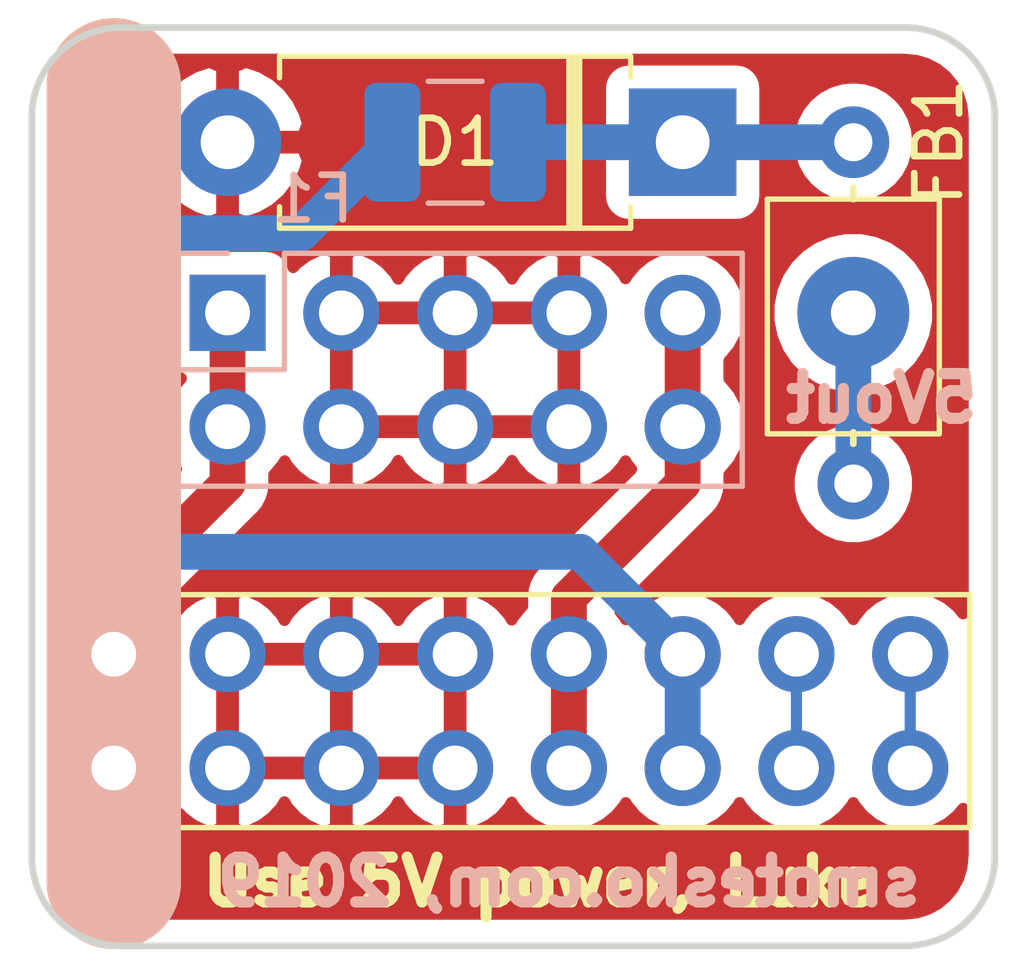
<source format=kicad_pcb>
(kicad_pcb (version 20171130) (host pcbnew "(5.1.0-0)")

  (general
    (thickness 1.6)
    (drawings 13)
    (tracks 23)
    (zones 0)
    (modules 6)
    (nets 9)
  )

  (page A4)
  (layers
    (0 F.Cu signal)
    (31 B.Cu signal)
    (32 B.Adhes user)
    (33 F.Adhes user)
    (34 B.Paste user)
    (35 F.Paste user)
    (36 B.SilkS user)
    (37 F.SilkS user)
    (38 B.Mask user)
    (39 F.Mask user)
    (40 Dwgs.User user)
    (41 Cmts.User user)
    (42 Eco1.User user)
    (43 Eco2.User user)
    (44 Edge.Cuts user)
    (45 Margin user)
    (46 B.CrtYd user)
    (47 F.CrtYd user)
    (48 B.Fab user hide)
    (49 F.Fab user hide)
  )

  (setup
    (last_trace_width 0.25)
    (trace_clearance 0.2)
    (zone_clearance 0.508)
    (zone_45_only no)
    (trace_min 0.2)
    (via_size 0.8)
    (via_drill 0.4)
    (via_min_size 0.4)
    (via_min_drill 0.3)
    (uvia_size 0.3)
    (uvia_drill 0.1)
    (uvias_allowed no)
    (uvia_min_size 0.2)
    (uvia_min_drill 0.1)
    (edge_width 0.15)
    (segment_width 0.2)
    (pcb_text_width 0.3)
    (pcb_text_size 1.5 1.5)
    (mod_edge_width 0.15)
    (mod_text_size 1 1)
    (mod_text_width 0.15)
    (pad_size 1.524 1.524)
    (pad_drill 0.762)
    (pad_to_mask_clearance 0.051)
    (solder_mask_min_width 0.25)
    (aux_axis_origin 0 0)
    (visible_elements FFFFFF7F)
    (pcbplotparams
      (layerselection 0x010fc_ffffffff)
      (usegerberextensions false)
      (usegerberattributes false)
      (usegerberadvancedattributes false)
      (creategerberjobfile false)
      (excludeedgelayer true)
      (linewidth 0.100000)
      (plotframeref false)
      (viasonmask false)
      (mode 1)
      (useauxorigin false)
      (hpglpennumber 1)
      (hpglpenspeed 20)
      (hpglpendiameter 15.000000)
      (psnegative false)
      (psa4output false)
      (plotreference true)
      (plotvalue true)
      (plotinvisibletext false)
      (padsonsilk false)
      (subtractmaskfromsilk false)
      (outputformat 1)
      (mirror false)
      (drillshape 1)
      (scaleselection 1)
      (outputdirectory ""))
  )

  (net 0 "")
  (net 1 "Net-(D1-Pad1)")
  (net 2 GND)
  (net 3 /+5V)
  (net 4 /+5VOUT)
  (net 5 /-12V)
  (net 6 /+12V)
  (net 7 "Net-(J1-Pad13)")
  (net 8 "Net-(J1-Pad15)")

  (net_class Default "This is the default net class."
    (clearance 0.2)
    (trace_width 0.25)
    (via_dia 0.8)
    (via_drill 0.4)
    (uvia_dia 0.3)
    (uvia_drill 0.1)
    (add_net "Net-(J1-Pad13)")
    (add_net "Net-(J1-Pad15)")
  )

  (net_class Power ""
    (clearance 0.2)
    (trace_width 0.8)
    (via_dia 0.8)
    (via_drill 0.5)
    (uvia_dia 0.3)
    (uvia_drill 0.1)
    (add_net /+12V)
    (add_net /+5V)
    (add_net /+5VOUT)
    (add_net /-12V)
    (add_net GND)
    (add_net "Net-(D1-Pad1)")
  )

  (module Chokes:L_Axial_L5.0mm_D3.6mm_P7.62mm_Horizontal_Murata_BL01RN1A2A2 (layer F.Cu) (tedit 5C9F805B) (tstamp 5C90318F)
    (at 116.84 106.68 90)
    (descr "Inductor, Murata BL01RN1A2A2, Axial, Horizontal, pin pitch=10.00mm, length*diameter=5*3.6mm, https://www.murata.com/en-global/products/productdetail?partno=BL01RN1A2A2%23")
    (tags "inductor axial horizontal")
    (path /5C84AE8A)
    (fp_text reference FB1 (at 7.62 1.905 90) (layer F.SilkS)
      (effects (font (size 1 1) (thickness 0.15)))
    )
    (fp_text value Ferrite_Bead (at 5 3 90) (layer F.Fab)
      (effects (font (size 1 1) (thickness 0.15)))
    )
    (fp_line (start 0.889 0) (end 1.143 0) (layer F.SilkS) (width 0.15))
    (fp_line (start 6.35 0) (end 6.604 0) (layer F.SilkS) (width 0.15))
    (fp_line (start 8.636 -2.05) (end -1.05 -2.05) (layer F.CrtYd) (width 0.05))
    (fp_line (start 8.636 2.068) (end 8.636 -2.032) (layer F.CrtYd) (width 0.05))
    (fp_line (start -1.05 2.05) (end 8.636 2.068) (layer F.CrtYd) (width 0.05))
    (fp_line (start -1.05 -2.05) (end -1.05 2.05) (layer F.CrtYd) (width 0.05))
    (fp_line (start 6.35 -1.92) (end 1.11 -1.92) (layer F.SilkS) (width 0.12))
    (fp_line (start 6.35 1.92) (end 6.35 -1.92) (layer F.SilkS) (width 0.12))
    (fp_line (start 1.11 1.92) (end 6.35 1.92) (layer F.SilkS) (width 0.12))
    (fp_line (start 1.11 -1.92) (end 1.11 1.92) (layer F.SilkS) (width 0.12))
    (fp_text user %R (at 5 0 90) (layer F.Fab)
      (effects (font (size 1 1) (thickness 0.15)))
    )
    (pad 2 thru_hole oval (at 7.62 0 90) (size 1.6 1.6) (drill 0.85) (layers *.Cu *.Mask)
      (net 1 "Net-(D1-Pad1)"))
    (pad 1 thru_hole circle (at 0 0 90) (size 1.6 1.6) (drill 0.85) (layers *.Cu *.Mask)
      (net 4 /+5VOUT))
    (model ${KISYS3DMOD}/Inductor_THT.3dshapes/L_Axial_L5.0mm_D3.6mm_P10.00mm_Horizontal_Murata_BL01RN1A2A2.wrl
      (at (xyz 0 0 0))
      (scale (xyz 1 1 1))
      (rotate (xyz 0 0 0))
    )
  )

  (module Diode_THT:D_DO-15_P10.16mm_Horizontal (layer F.Cu) (tedit 5C83C7E3) (tstamp 5C904048)
    (at 113.03 99.06 180)
    (descr "Diode, DO-15 series, Axial, Horizontal, pin pitch=10.16mm, , length*diameter=7.6*3.6mm^2, , http://www.diodes.com/_files/packages/DO-15.pdf")
    (tags "Diode DO-15 series Axial Horizontal pin pitch 10.16mm  length 7.6mm diameter 3.6mm")
    (path /5C8441E7)
    (fp_text reference D1 (at 5.08 0 180) (layer F.SilkS)
      (effects (font (size 1 1) (thickness 0.15)))
    )
    (fp_text value SA5.0A (at 5.08 2.92 180) (layer F.Fab)
      (effects (font (size 1 1) (thickness 0.15)))
    )
    (fp_line (start 1.28 -1.8) (end 1.28 1.8) (layer F.Fab) (width 0.1))
    (fp_line (start 1.28 1.8) (end 8.88 1.8) (layer F.Fab) (width 0.1))
    (fp_line (start 8.88 1.8) (end 8.88 -1.8) (layer F.Fab) (width 0.1))
    (fp_line (start 8.88 -1.8) (end 1.28 -1.8) (layer F.Fab) (width 0.1))
    (fp_line (start 0 0) (end 1.28 0) (layer F.Fab) (width 0.1))
    (fp_line (start 10.16 0) (end 8.88 0) (layer F.Fab) (width 0.1))
    (fp_line (start 2.42 -1.8) (end 2.42 1.8) (layer F.Fab) (width 0.1))
    (fp_line (start 2.52 -1.8) (end 2.52 1.8) (layer F.Fab) (width 0.1))
    (fp_line (start 2.32 -1.8) (end 2.32 1.8) (layer F.Fab) (width 0.1))
    (fp_line (start 1.16 -1.44) (end 1.16 -1.92) (layer F.SilkS) (width 0.12))
    (fp_line (start 1.16 -1.92) (end 9 -1.92) (layer F.SilkS) (width 0.12))
    (fp_line (start 9 -1.92) (end 9 -1.44) (layer F.SilkS) (width 0.12))
    (fp_line (start 1.16 1.44) (end 1.16 1.92) (layer F.SilkS) (width 0.12))
    (fp_line (start 1.16 1.92) (end 9 1.92) (layer F.SilkS) (width 0.12))
    (fp_line (start 9 1.92) (end 9 1.44) (layer F.SilkS) (width 0.12))
    (fp_line (start 2.42 -1.92) (end 2.42 1.92) (layer F.SilkS) (width 0.12))
    (fp_line (start 2.54 -1.92) (end 2.54 1.92) (layer F.SilkS) (width 0.12))
    (fp_line (start 2.3 -1.92) (end 2.3 1.92) (layer F.SilkS) (width 0.12))
    (fp_line (start -1.45 -2.05) (end -1.45 2.05) (layer F.CrtYd) (width 0.05))
    (fp_line (start -1.45 2.05) (end 11.61 2.05) (layer F.CrtYd) (width 0.05))
    (fp_line (start 11.61 2.05) (end 11.61 -2.05) (layer F.CrtYd) (width 0.05))
    (fp_line (start 11.61 -2.05) (end -1.45 -2.05) (layer F.CrtYd) (width 0.05))
    (fp_text user %R (at 5.65 0 180) (layer F.Fab)
      (effects (font (size 1 1) (thickness 0.15)))
    )
    (fp_text user K (at 0 -2.2 180) (layer F.Fab)
      (effects (font (size 1 1) (thickness 0.15)))
    )
    (fp_text user K (at 0 -2.2 180) (layer F.SilkS) hide
      (effects (font (size 1 1) (thickness 0.15)))
    )
    (pad 1 thru_hole rect (at 0 0 180) (size 2.4 2.4) (drill 1.2) (layers *.Cu *.Mask)
      (net 1 "Net-(D1-Pad1)"))
    (pad 2 thru_hole oval (at 10.16 0 180) (size 2.4 2.4) (drill 1.2) (layers *.Cu *.Mask)
      (net 2 GND))
    (model ${KISYS3DMOD}/Diode_THT.3dshapes/D_DO-15_P10.16mm_Horizontal.wrl
      (at (xyz 0 0 0))
      (scale (xyz 1 1 1))
      (rotate (xyz 0 0 0))
    )
  )

  (module Connector_Wire:SolderWirePad_1x01_Drill1mm (layer F.Cu) (tedit 5C83C4B0) (tstamp 5C9031C7)
    (at 116.84 102.87)
    (descr "Wire solder connection")
    (tags connector)
    (path /5C8480F9)
    (attr virtual)
    (fp_text reference J2 (at -2.54 0) (layer F.SilkS) hide
      (effects (font (size 1 1) (thickness 0.15)))
    )
    (fp_text value 01x01 (at 0 3.175) (layer F.Fab)
      (effects (font (size 1 1) (thickness 0.15)))
    )
    (fp_text user %R (at 0 0) (layer F.Fab)
      (effects (font (size 1 1) (thickness 0.15)))
    )
    (fp_line (start -1.75 -1.75) (end 1.75 -1.75) (layer F.CrtYd) (width 0.05))
    (fp_line (start -1.75 -1.75) (end -1.75 1.75) (layer F.CrtYd) (width 0.05))
    (fp_line (start 1.75 1.75) (end 1.75 -1.75) (layer F.CrtYd) (width 0.05))
    (fp_line (start 1.75 1.75) (end -1.75 1.75) (layer F.CrtYd) (width 0.05))
    (pad 1 thru_hole circle (at 0 0) (size 2.49936 2.49936) (drill 1.00076) (layers *.Cu *.Mask)
      (net 4 /+5VOUT))
  )

  (module Connector_PinHeader_2.54mm:PinHeader_2x05_P2.54mm_Vertical (layer B.Cu) (tedit 5C83C4A4) (tstamp 5C9031E7)
    (at 102.87 102.87 270)
    (descr "Through hole straight pin header, 2x05, 2.54mm pitch, double rows")
    (tags "Through hole pin header THT 2x05 2.54mm double row")
    (path /5C83BA9A)
    (fp_text reference J3 (at -2.54 0 270) (layer B.SilkS) hide
      (effects (font (size 1 1) (thickness 0.15)) (justify mirror))
    )
    (fp_text value 02x05 (at 1.27 -12.49 270) (layer B.Fab)
      (effects (font (size 1 1) (thickness 0.15)) (justify mirror))
    )
    (fp_line (start 0 1.27) (end 3.81 1.27) (layer B.Fab) (width 0.1))
    (fp_line (start 3.81 1.27) (end 3.81 -11.43) (layer B.Fab) (width 0.1))
    (fp_line (start 3.81 -11.43) (end -1.27 -11.43) (layer B.Fab) (width 0.1))
    (fp_line (start -1.27 -11.43) (end -1.27 0) (layer B.Fab) (width 0.1))
    (fp_line (start -1.27 0) (end 0 1.27) (layer B.Fab) (width 0.1))
    (fp_line (start -1.33 -11.49) (end 3.87 -11.49) (layer B.SilkS) (width 0.12))
    (fp_line (start -1.33 -1.27) (end -1.33 -11.49) (layer B.SilkS) (width 0.12))
    (fp_line (start 3.87 1.33) (end 3.87 -11.49) (layer B.SilkS) (width 0.12))
    (fp_line (start -1.33 -1.27) (end 1.27 -1.27) (layer B.SilkS) (width 0.12))
    (fp_line (start 1.27 -1.27) (end 1.27 1.33) (layer B.SilkS) (width 0.12))
    (fp_line (start 1.27 1.33) (end 3.87 1.33) (layer B.SilkS) (width 0.12))
    (fp_line (start -1.33 0) (end -1.33 1.33) (layer B.SilkS) (width 0.12))
    (fp_line (start -1.33 1.33) (end 0 1.33) (layer B.SilkS) (width 0.12))
    (fp_line (start -1.8 1.8) (end -1.8 -11.95) (layer B.CrtYd) (width 0.05))
    (fp_line (start -1.8 -11.95) (end 4.35 -11.95) (layer B.CrtYd) (width 0.05))
    (fp_line (start 4.35 -11.95) (end 4.35 1.8) (layer B.CrtYd) (width 0.05))
    (fp_line (start 4.35 1.8) (end -1.8 1.8) (layer B.CrtYd) (width 0.05))
    (fp_text user %R (at 1.27 -5.08 180) (layer B.Fab)
      (effects (font (size 1 1) (thickness 0.15)) (justify mirror))
    )
    (pad 1 thru_hole rect (at 0 0 270) (size 1.7 1.7) (drill 1) (layers *.Cu *.Mask)
      (net 5 /-12V))
    (pad 2 thru_hole oval (at 2.54 0 270) (size 1.7 1.7) (drill 1) (layers *.Cu *.Mask)
      (net 5 /-12V))
    (pad 3 thru_hole oval (at 0 -2.54 270) (size 1.7 1.7) (drill 1) (layers *.Cu *.Mask)
      (net 2 GND))
    (pad 4 thru_hole oval (at 2.54 -2.54 270) (size 1.7 1.7) (drill 1) (layers *.Cu *.Mask)
      (net 2 GND))
    (pad 5 thru_hole oval (at 0 -5.08 270) (size 1.7 1.7) (drill 1) (layers *.Cu *.Mask)
      (net 2 GND))
    (pad 6 thru_hole oval (at 2.54 -5.08 270) (size 1.7 1.7) (drill 1) (layers *.Cu *.Mask)
      (net 2 GND))
    (pad 7 thru_hole oval (at 0 -7.62 270) (size 1.7 1.7) (drill 1) (layers *.Cu *.Mask)
      (net 2 GND))
    (pad 8 thru_hole oval (at 2.54 -7.62 270) (size 1.7 1.7) (drill 1) (layers *.Cu *.Mask)
      (net 2 GND))
    (pad 9 thru_hole oval (at 0 -10.16 270) (size 1.7 1.7) (drill 1) (layers *.Cu *.Mask)
      (net 6 /+12V))
    (pad 10 thru_hole oval (at 2.54 -10.16 270) (size 1.7 1.7) (drill 1) (layers *.Cu *.Mask)
      (net 6 /+12V))
    (model ${KISYS3DMOD}/Connector_PinHeader_2.54mm.3dshapes/PinHeader_2x05_P2.54mm_Vertical.wrl
      (at (xyz 0 0 0))
      (scale (xyz 1 1 1))
      (rotate (xyz 0 0 0))
    )
  )

  (module Fuse:Fuse_1210_3225Metric (layer B.Cu) (tedit 5B301BBE) (tstamp 5C90335B)
    (at 107.95 99.06)
    (descr "Fuse SMD 1210 (3225 Metric), square (rectangular) end terminal, IPC_7351 nominal, (Body size source: http://www.tortai-tech.com/upload/download/2011102023233369053.pdf), generated with kicad-footprint-generator")
    (tags resistor)
    (path /5C84429D)
    (attr smd)
    (fp_text reference F1 (at -3.175 1.27) (layer B.SilkS)
      (effects (font (size 1 1) (thickness 0.15)) (justify mirror))
    )
    (fp_text value Fuse_Small (at 0 -2.28) (layer B.Fab)
      (effects (font (size 1 1) (thickness 0.15)) (justify mirror))
    )
    (fp_line (start -1.6 -1.25) (end -1.6 1.25) (layer B.Fab) (width 0.1))
    (fp_line (start -1.6 1.25) (end 1.6 1.25) (layer B.Fab) (width 0.1))
    (fp_line (start 1.6 1.25) (end 1.6 -1.25) (layer B.Fab) (width 0.1))
    (fp_line (start 1.6 -1.25) (end -1.6 -1.25) (layer B.Fab) (width 0.1))
    (fp_line (start -0.602064 1.36) (end 0.602064 1.36) (layer B.SilkS) (width 0.12))
    (fp_line (start -0.602064 -1.36) (end 0.602064 -1.36) (layer B.SilkS) (width 0.12))
    (fp_line (start -2.28 -1.58) (end -2.28 1.58) (layer B.CrtYd) (width 0.05))
    (fp_line (start -2.28 1.58) (end 2.28 1.58) (layer B.CrtYd) (width 0.05))
    (fp_line (start 2.28 1.58) (end 2.28 -1.58) (layer B.CrtYd) (width 0.05))
    (fp_line (start 2.28 -1.58) (end -2.28 -1.58) (layer B.CrtYd) (width 0.05))
    (fp_text user %R (at 0 0) (layer B.Fab)
      (effects (font (size 0.8 0.8) (thickness 0.12)) (justify mirror))
    )
    (pad 1 smd roundrect (at -1.4 0) (size 1.25 2.65) (layers B.Cu B.Paste B.Mask) (roundrect_rratio 0.2)
      (net 3 /+5V))
    (pad 2 smd roundrect (at 1.4 0) (size 1.25 2.65) (layers B.Cu B.Paste B.Mask) (roundrect_rratio 0.2)
      (net 1 "Net-(D1-Pad1)"))
    (model ${KISYS3DMOD}/Fuse.3dshapes/Fuse_1210_3225Metric.wrl
      (at (xyz 0 0 0))
      (scale (xyz 1 1 1))
      (rotate (xyz 0 0 0))
    )
  )

  (module Connector_PinHeader_2.54mm:PinHeader_2x08_P2.54mm_Vertical (layer F.Cu) (tedit 59FED5CC) (tstamp 5C903C2A)
    (at 100.33 113.03 90)
    (descr "Through hole straight pin header, 2x08, 2.54mm pitch, double rows")
    (tags "Through hole pin header THT 2x08 2.54mm double row")
    (path /5C83C829)
    (fp_text reference J1 (at -2.54 0 90) (layer F.SilkS)
      (effects (font (size 1 1) (thickness 0.15)))
    )
    (fp_text value 02x08 (at 1.27 20.11 90) (layer F.Fab)
      (effects (font (size 1 1) (thickness 0.15)))
    )
    (fp_line (start 0 -1.27) (end 3.81 -1.27) (layer F.Fab) (width 0.1))
    (fp_line (start 3.81 -1.27) (end 3.81 19.05) (layer F.Fab) (width 0.1))
    (fp_line (start 3.81 19.05) (end -1.27 19.05) (layer F.Fab) (width 0.1))
    (fp_line (start -1.27 19.05) (end -1.27 0) (layer F.Fab) (width 0.1))
    (fp_line (start -1.27 0) (end 0 -1.27) (layer F.Fab) (width 0.1))
    (fp_line (start -1.33 19.11) (end 3.87 19.11) (layer F.SilkS) (width 0.12))
    (fp_line (start -1.33 1.27) (end -1.33 19.11) (layer F.SilkS) (width 0.12))
    (fp_line (start 3.87 -1.33) (end 3.87 19.11) (layer F.SilkS) (width 0.12))
    (fp_line (start -1.33 1.27) (end 1.27 1.27) (layer F.SilkS) (width 0.12))
    (fp_line (start 1.27 1.27) (end 1.27 -1.33) (layer F.SilkS) (width 0.12))
    (fp_line (start 1.27 -1.33) (end 3.87 -1.33) (layer F.SilkS) (width 0.12))
    (fp_line (start -1.33 0) (end -1.33 -1.33) (layer F.SilkS) (width 0.12))
    (fp_line (start -1.33 -1.33) (end 0 -1.33) (layer F.SilkS) (width 0.12))
    (fp_line (start -1.8 -1.8) (end -1.8 19.55) (layer F.CrtYd) (width 0.05))
    (fp_line (start -1.8 19.55) (end 4.35 19.55) (layer F.CrtYd) (width 0.05))
    (fp_line (start 4.35 19.55) (end 4.35 -1.8) (layer F.CrtYd) (width 0.05))
    (fp_line (start 4.35 -1.8) (end -1.8 -1.8) (layer F.CrtYd) (width 0.05))
    (fp_text user %R (at 1.27 8.89 180) (layer F.Fab)
      (effects (font (size 1 1) (thickness 0.15)))
    )
    (pad 1 thru_hole rect (at 0 0 90) (size 1.7 1.7) (drill 1) (layers *.Cu *.Mask)
      (net 5 /-12V))
    (pad 2 thru_hole oval (at 2.54 0 90) (size 1.7 1.7) (drill 1) (layers *.Cu *.Mask)
      (net 5 /-12V))
    (pad 3 thru_hole oval (at 0 2.54 90) (size 1.7 1.7) (drill 1) (layers *.Cu *.Mask)
      (net 2 GND))
    (pad 4 thru_hole oval (at 2.54 2.54 90) (size 1.7 1.7) (drill 1) (layers *.Cu *.Mask)
      (net 2 GND))
    (pad 5 thru_hole oval (at 0 5.08 90) (size 1.7 1.7) (drill 1) (layers *.Cu *.Mask)
      (net 2 GND))
    (pad 6 thru_hole oval (at 2.54 5.08 90) (size 1.7 1.7) (drill 1) (layers *.Cu *.Mask)
      (net 2 GND))
    (pad 7 thru_hole oval (at 0 7.62 90) (size 1.7 1.7) (drill 1) (layers *.Cu *.Mask)
      (net 2 GND))
    (pad 8 thru_hole oval (at 2.54 7.62 90) (size 1.7 1.7) (drill 1) (layers *.Cu *.Mask)
      (net 2 GND))
    (pad 9 thru_hole oval (at 0 10.16 90) (size 1.7 1.7) (drill 1) (layers *.Cu *.Mask)
      (net 6 /+12V))
    (pad 10 thru_hole oval (at 2.54 10.16 90) (size 1.7 1.7) (drill 1) (layers *.Cu *.Mask)
      (net 6 /+12V))
    (pad 11 thru_hole oval (at 0 12.7 90) (size 1.7 1.7) (drill 1) (layers *.Cu *.Mask)
      (net 3 /+5V))
    (pad 12 thru_hole oval (at 2.54 12.7 90) (size 1.7 1.7) (drill 1) (layers *.Cu *.Mask)
      (net 3 /+5V))
    (pad 13 thru_hole oval (at 0 15.24 90) (size 1.7 1.7) (drill 1) (layers *.Cu *.Mask)
      (net 7 "Net-(J1-Pad13)"))
    (pad 14 thru_hole oval (at 2.54 15.24 90) (size 1.7 1.7) (drill 1) (layers *.Cu *.Mask)
      (net 7 "Net-(J1-Pad13)"))
    (pad 15 thru_hole oval (at 0 17.78 90) (size 1.7 1.7) (drill 1) (layers *.Cu *.Mask)
      (net 8 "Net-(J1-Pad15)"))
    (pad 16 thru_hole oval (at 2.54 17.78 90) (size 1.7 1.7) (drill 1) (layers *.Cu *.Mask)
      (net 8 "Net-(J1-Pad15)"))
    (model ${KISYS3DMOD}/Connector_PinHeader_2.54mm.3dshapes/PinHeader_2x08_P2.54mm_Vertical.wrl
      (at (xyz 0 0 0))
      (scale (xyz 1 1 1))
      (rotate (xyz 0 0 0))
    )
  )

  (gr_arc (start 100.5 115) (end 98.5 115) (angle -90) (layer Edge.Cuts) (width 0.15))
  (gr_arc (start 118 115) (end 118 117) (angle -90) (layer Edge.Cuts) (width 0.15))
  (gr_arc (start 118 98.5) (end 120 98.5) (angle -90) (layer Edge.Cuts) (width 0.15))
  (gr_arc (start 100.5 98.5) (end 100.5 96.5) (angle -90) (layer Edge.Cuts) (width 0.15))
  (gr_text "smotesko.com, 2019" (at 110.49 115.57) (layer B.SilkS)
    (effects (font (size 1 1) (thickness 0.25)) (justify mirror))
  )
  (gr_text "Use 5V power, Luke" (at 109.855 115.57) (layer F.SilkS)
    (effects (font (size 1 1) (thickness 0.25)))
  )
  (gr_text 5Vout (at 117.475 104.775) (layer B.SilkS)
    (effects (font (size 1 1) (thickness 0.25)) (justify mirror))
  )
  (gr_line (start 118 117) (end 100.5 117) (layer Edge.Cuts) (width 0.15))
  (gr_line (start 100.33 115.57) (end 100.33 97.79) (layer F.SilkS) (width 3))
  (gr_line (start 120 98.5) (end 120 115) (layer Edge.Cuts) (width 0.15) (tstamp 5C9FCF5E))
  (gr_line (start 98.5 98.5) (end 98.5 115) (layer Edge.Cuts) (width 0.15))
  (gr_line (start 100.33 115.57) (end 100.33 97.79) (layer B.SilkS) (width 3) (tstamp 5C903B88))
  (gr_line (start 100.5 96.5) (end 118 96.5) (layer Edge.Cuts) (width 0.15))

  (segment (start 116.84 99.06) (end 113.03 99.06) (width 0.8) (layer B.Cu) (net 1))
  (segment (start 109.35 99.06) (end 113.03 99.06) (width 0.8) (layer B.Cu) (net 1))
  (segment (start 113.03 113.03) (end 113.03 110.49) (width 0.8) (layer B.Cu) (net 3))
  (segment (start 106.55 99.06) (end 104.518 101.092) (width 0.8) (layer B.Cu) (net 3))
  (segment (start 104.518 101.092) (end 101.6 101.092) (width 0.8) (layer B.Cu) (net 3))
  (segment (start 100.076 102.616) (end 100.076 106.68) (width 0.8) (layer B.Cu) (net 3))
  (segment (start 101.6 101.092) (end 100.076 102.616) (width 0.8) (layer B.Cu) (net 3))
  (segment (start 100.076 106.68) (end 101.6 108.204) (width 0.8) (layer B.Cu) (net 3))
  (segment (start 110.744 108.204) (end 113.03 110.49) (width 0.8) (layer B.Cu) (net 3))
  (segment (start 101.6 108.204) (end 110.744 108.204) (width 0.8) (layer B.Cu) (net 3))
  (segment (start 116.84 106.68) (end 116.84 102.87) (width 0.8) (layer B.Cu) (net 4))
  (segment (start 100.33 113.03) (end 100.33 110.49) (width 0.8) (layer F.Cu) (net 5))
  (segment (start 102.87 102.87) (end 102.87 105.41) (width 0.8) (layer F.Cu) (net 5))
  (segment (start 102.87 105.41) (end 102.87 106.68) (width 0.8) (layer F.Cu) (net 5))
  (segment (start 102.87 106.68) (end 100.33 109.22) (width 0.8) (layer F.Cu) (net 5))
  (segment (start 100.33 109.22) (end 100.33 110.49) (width 0.8) (layer F.Cu) (net 5))
  (segment (start 110.49 113.03) (end 110.49 110.49) (width 0.8) (layer F.Cu) (net 6))
  (segment (start 113.03 105.41) (end 113.03 102.87) (width 0.8) (layer F.Cu) (net 6))
  (segment (start 113.03 105.41) (end 113.03 106.68) (width 0.8) (layer F.Cu) (net 6))
  (segment (start 113.03 106.68) (end 110.49 109.22) (width 0.8) (layer F.Cu) (net 6))
  (segment (start 110.49 109.22) (end 110.49 110.49) (width 0.8) (layer F.Cu) (net 6))
  (segment (start 115.57 110.49) (end 115.57 113.03) (width 0.25) (layer B.Cu) (net 7))
  (segment (start 118.11 110.49) (end 118.11 113.03) (width 0.25) (layer B.Cu) (net 8))

  (zone (net 2) (net_name GND) (layer F.Cu) (tstamp 0) (hatch edge 0.508)
    (connect_pads (clearance 0.508))
    (min_thickness 0.254)
    (fill yes (arc_segments 32) (thermal_gap 0.508) (thermal_bridge_width 0.508))
    (polygon
      (pts
        (xy 97.79 95.885) (xy 120.65 95.885) (xy 120.65 117.475) (xy 97.79 117.475)
      )
    )
    (filled_polygon
      (pts
        (xy 118.249899 97.237907) (xy 118.490285 97.310484) (xy 118.711991 97.428368) (xy 118.906577 97.587068) (xy 119.066635 97.780545)
        (xy 119.186064 98.001424) (xy 119.260317 98.241297) (xy 119.29 98.523716) (xy 119.290001 109.587016) (xy 119.165134 109.434866)
        (xy 118.939014 109.249294) (xy 118.681034 109.111401) (xy 118.401111 109.026487) (xy 118.18295 109.005) (xy 118.03705 109.005)
        (xy 117.818889 109.026487) (xy 117.538966 109.111401) (xy 117.280986 109.249294) (xy 117.054866 109.434866) (xy 116.869294 109.660986)
        (xy 116.84 109.715791) (xy 116.810706 109.660986) (xy 116.625134 109.434866) (xy 116.399014 109.249294) (xy 116.141034 109.111401)
        (xy 115.861111 109.026487) (xy 115.64295 109.005) (xy 115.49705 109.005) (xy 115.278889 109.026487) (xy 114.998966 109.111401)
        (xy 114.740986 109.249294) (xy 114.514866 109.434866) (xy 114.329294 109.660986) (xy 114.3 109.715791) (xy 114.270706 109.660986)
        (xy 114.085134 109.434866) (xy 113.859014 109.249294) (xy 113.601034 109.111401) (xy 113.321111 109.026487) (xy 113.10295 109.005)
        (xy 112.95705 109.005) (xy 112.738889 109.026487) (xy 112.458966 109.111401) (xy 112.200986 109.249294) (xy 111.974866 109.434866)
        (xy 111.789294 109.660986) (xy 111.76 109.715791) (xy 111.730706 109.660986) (xy 111.63245 109.54126) (xy 113.725908 107.447803)
        (xy 113.765396 107.415396) (xy 113.811082 107.359727) (xy 113.894734 107.257798) (xy 113.99084 107.077994) (xy 113.990841 107.077993)
        (xy 114.050024 106.882895) (xy 114.065 106.730838) (xy 114.065 106.730829) (xy 114.070006 106.680001) (xy 114.065 106.629173)
        (xy 114.065 106.538665) (xy 115.405 106.538665) (xy 115.405 106.821335) (xy 115.460147 107.098574) (xy 115.56832 107.359727)
        (xy 115.725363 107.594759) (xy 115.925241 107.794637) (xy 116.160273 107.95168) (xy 116.421426 108.059853) (xy 116.698665 108.115)
        (xy 116.981335 108.115) (xy 117.258574 108.059853) (xy 117.519727 107.95168) (xy 117.754759 107.794637) (xy 117.954637 107.594759)
        (xy 118.11168 107.359727) (xy 118.219853 107.098574) (xy 118.275 106.821335) (xy 118.275 106.538665) (xy 118.219853 106.261426)
        (xy 118.11168 106.000273) (xy 117.954637 105.765241) (xy 117.754759 105.565363) (xy 117.519727 105.40832) (xy 117.258574 105.300147)
        (xy 116.981335 105.245) (xy 116.698665 105.245) (xy 116.421426 105.300147) (xy 116.160273 105.40832) (xy 115.925241 105.565363)
        (xy 115.725363 105.765241) (xy 115.56832 106.000273) (xy 115.460147 106.261426) (xy 115.405 106.538665) (xy 114.065 106.538665)
        (xy 114.065 106.481658) (xy 114.085134 106.465134) (xy 114.270706 106.239014) (xy 114.408599 105.981034) (xy 114.493513 105.701111)
        (xy 114.522185 105.41) (xy 114.493513 105.118889) (xy 114.408599 104.838966) (xy 114.270706 104.580986) (xy 114.085134 104.354866)
        (xy 114.065 104.338342) (xy 114.065 103.941658) (xy 114.085134 103.925134) (xy 114.270706 103.699014) (xy 114.408599 103.441034)
        (xy 114.493513 103.161111) (xy 114.522185 102.87) (xy 114.503903 102.684375) (xy 114.95532 102.684375) (xy 114.95532 103.055625)
        (xy 115.027747 103.419741) (xy 115.169818 103.762731) (xy 115.376074 104.071413) (xy 115.638587 104.333926) (xy 115.947269 104.540182)
        (xy 116.290259 104.682253) (xy 116.654375 104.75468) (xy 117.025625 104.75468) (xy 117.389741 104.682253) (xy 117.732731 104.540182)
        (xy 118.041413 104.333926) (xy 118.303926 104.071413) (xy 118.510182 103.762731) (xy 118.652253 103.419741) (xy 118.72468 103.055625)
        (xy 118.72468 102.684375) (xy 118.652253 102.320259) (xy 118.510182 101.977269) (xy 118.303926 101.668587) (xy 118.041413 101.406074)
        (xy 117.732731 101.199818) (xy 117.389741 101.057747) (xy 117.025625 100.98532) (xy 116.654375 100.98532) (xy 116.290259 101.057747)
        (xy 115.947269 101.199818) (xy 115.638587 101.406074) (xy 115.376074 101.668587) (xy 115.169818 101.977269) (xy 115.027747 102.320259)
        (xy 114.95532 102.684375) (xy 114.503903 102.684375) (xy 114.493513 102.578889) (xy 114.408599 102.298966) (xy 114.270706 102.040986)
        (xy 114.085134 101.814866) (xy 113.859014 101.629294) (xy 113.601034 101.491401) (xy 113.321111 101.406487) (xy 113.10295 101.385)
        (xy 112.95705 101.385) (xy 112.738889 101.406487) (xy 112.458966 101.491401) (xy 112.200986 101.629294) (xy 111.974866 101.814866)
        (xy 111.789294 102.040986) (xy 111.754799 102.105523) (xy 111.685178 101.988645) (xy 111.490269 101.772412) (xy 111.25692 101.598359)
        (xy 110.994099 101.473175) (xy 110.84689 101.428524) (xy 110.617 101.549845) (xy 110.617 102.743) (xy 110.637 102.743)
        (xy 110.637 102.997) (xy 110.617 102.997) (xy 110.617 105.283) (xy 110.637 105.283) (xy 110.637 105.537)
        (xy 110.617 105.537) (xy 110.617 106.730155) (xy 110.84689 106.851476) (xy 110.994099 106.806825) (xy 111.25692 106.681641)
        (xy 111.490269 106.507588) (xy 111.685178 106.291355) (xy 111.754799 106.174477) (xy 111.789294 106.239014) (xy 111.88755 106.358739)
        (xy 109.794097 108.452193) (xy 109.754604 108.484604) (xy 109.625266 108.642203) (xy 109.529159 108.822008) (xy 109.469976 109.017106)
        (xy 109.455 109.169163) (xy 109.455 109.169172) (xy 109.449994 109.22) (xy 109.455 109.270829) (xy 109.455 109.418342)
        (xy 109.434866 109.434866) (xy 109.249294 109.660986) (xy 109.214799 109.725523) (xy 109.145178 109.608645) (xy 108.950269 109.392412)
        (xy 108.71692 109.218359) (xy 108.454099 109.093175) (xy 108.30689 109.048524) (xy 108.077 109.169845) (xy 108.077 110.363)
        (xy 108.097 110.363) (xy 108.097 110.617) (xy 108.077 110.617) (xy 108.077 112.903) (xy 108.097 112.903)
        (xy 108.097 113.157) (xy 108.077 113.157) (xy 108.077 114.350155) (xy 108.30689 114.471476) (xy 108.454099 114.426825)
        (xy 108.71692 114.301641) (xy 108.950269 114.127588) (xy 109.145178 113.911355) (xy 109.214799 113.794477) (xy 109.249294 113.859014)
        (xy 109.434866 114.085134) (xy 109.660986 114.270706) (xy 109.918966 114.408599) (xy 110.198889 114.493513) (xy 110.41705 114.515)
        (xy 110.56295 114.515) (xy 110.781111 114.493513) (xy 111.061034 114.408599) (xy 111.319014 114.270706) (xy 111.545134 114.085134)
        (xy 111.730706 113.859014) (xy 111.76 113.804209) (xy 111.789294 113.859014) (xy 111.974866 114.085134) (xy 112.200986 114.270706)
        (xy 112.458966 114.408599) (xy 112.738889 114.493513) (xy 112.95705 114.515) (xy 113.10295 114.515) (xy 113.321111 114.493513)
        (xy 113.601034 114.408599) (xy 113.859014 114.270706) (xy 114.085134 114.085134) (xy 114.270706 113.859014) (xy 114.3 113.804209)
        (xy 114.329294 113.859014) (xy 114.514866 114.085134) (xy 114.740986 114.270706) (xy 114.998966 114.408599) (xy 115.278889 114.493513)
        (xy 115.49705 114.515) (xy 115.64295 114.515) (xy 115.861111 114.493513) (xy 116.141034 114.408599) (xy 116.399014 114.270706)
        (xy 116.625134 114.085134) (xy 116.810706 113.859014) (xy 116.84 113.804209) (xy 116.869294 113.859014) (xy 117.054866 114.085134)
        (xy 117.280986 114.270706) (xy 117.538966 114.408599) (xy 117.818889 114.493513) (xy 118.03705 114.515) (xy 118.18295 114.515)
        (xy 118.401111 114.493513) (xy 118.681034 114.408599) (xy 118.939014 114.270706) (xy 119.165134 114.085134) (xy 119.290001 113.932983)
        (xy 119.290001 114.965269) (xy 119.262093 115.249899) (xy 119.189517 115.490282) (xy 119.071633 115.711989) (xy 118.912929 115.90658)
        (xy 118.719455 116.066635) (xy 118.498576 116.186064) (xy 118.258701 116.260317) (xy 117.976291 116.29) (xy 100.534721 116.29)
        (xy 100.250101 116.262093) (xy 100.009718 116.189517) (xy 99.788011 116.071633) (xy 99.59342 115.912929) (xy 99.433365 115.719455)
        (xy 99.313936 115.498576) (xy 99.239683 115.258701) (xy 99.21 114.976291) (xy 99.21 114.455701) (xy 99.23582 114.469502)
        (xy 99.355518 114.505812) (xy 99.48 114.518072) (xy 101.18 114.518072) (xy 101.304482 114.505812) (xy 101.42418 114.469502)
        (xy 101.534494 114.410537) (xy 101.631185 114.331185) (xy 101.710537 114.234494) (xy 101.769502 114.12418) (xy 101.793966 114.043534)
        (xy 101.869731 114.127588) (xy 102.10308 114.301641) (xy 102.365901 114.426825) (xy 102.51311 114.471476) (xy 102.743 114.350155)
        (xy 102.743 113.157) (xy 102.997 113.157) (xy 102.997 114.350155) (xy 103.22689 114.471476) (xy 103.374099 114.426825)
        (xy 103.63692 114.301641) (xy 103.870269 114.127588) (xy 104.065178 113.911355) (xy 104.14 113.785745) (xy 104.214822 113.911355)
        (xy 104.409731 114.127588) (xy 104.64308 114.301641) (xy 104.905901 114.426825) (xy 105.05311 114.471476) (xy 105.283 114.350155)
        (xy 105.283 113.157) (xy 105.537 113.157) (xy 105.537 114.350155) (xy 105.76689 114.471476) (xy 105.914099 114.426825)
        (xy 106.17692 114.301641) (xy 106.410269 114.127588) (xy 106.605178 113.911355) (xy 106.68 113.785745) (xy 106.754822 113.911355)
        (xy 106.949731 114.127588) (xy 107.18308 114.301641) (xy 107.445901 114.426825) (xy 107.59311 114.471476) (xy 107.823 114.350155)
        (xy 107.823 113.157) (xy 105.537 113.157) (xy 105.283 113.157) (xy 102.997 113.157) (xy 102.743 113.157)
        (xy 102.723 113.157) (xy 102.723 112.903) (xy 102.743 112.903) (xy 102.743 110.617) (xy 102.997 110.617)
        (xy 102.997 112.903) (xy 105.283 112.903) (xy 105.283 110.617) (xy 105.537 110.617) (xy 105.537 112.903)
        (xy 107.823 112.903) (xy 107.823 110.617) (xy 105.537 110.617) (xy 105.283 110.617) (xy 102.997 110.617)
        (xy 102.743 110.617) (xy 102.723 110.617) (xy 102.723 110.363) (xy 102.743 110.363) (xy 102.743 109.169845)
        (xy 102.997 109.169845) (xy 102.997 110.363) (xy 105.283 110.363) (xy 105.283 109.169845) (xy 105.537 109.169845)
        (xy 105.537 110.363) (xy 107.823 110.363) (xy 107.823 109.169845) (xy 107.59311 109.048524) (xy 107.445901 109.093175)
        (xy 107.18308 109.218359) (xy 106.949731 109.392412) (xy 106.754822 109.608645) (xy 106.68 109.734255) (xy 106.605178 109.608645)
        (xy 106.410269 109.392412) (xy 106.17692 109.218359) (xy 105.914099 109.093175) (xy 105.76689 109.048524) (xy 105.537 109.169845)
        (xy 105.283 109.169845) (xy 105.05311 109.048524) (xy 104.905901 109.093175) (xy 104.64308 109.218359) (xy 104.409731 109.392412)
        (xy 104.214822 109.608645) (xy 104.14 109.734255) (xy 104.065178 109.608645) (xy 103.870269 109.392412) (xy 103.63692 109.218359)
        (xy 103.374099 109.093175) (xy 103.22689 109.048524) (xy 102.997 109.169845) (xy 102.743 109.169845) (xy 102.51311 109.048524)
        (xy 102.365901 109.093175) (xy 102.10308 109.218359) (xy 101.869731 109.392412) (xy 101.674822 109.608645) (xy 101.605201 109.725523)
        (xy 101.570706 109.660986) (xy 101.47245 109.54126) (xy 103.565908 107.447803) (xy 103.605396 107.415396) (xy 103.651082 107.359727)
        (xy 103.734734 107.257798) (xy 103.83084 107.077994) (xy 103.830841 107.077993) (xy 103.890024 106.882895) (xy 103.905 106.730838)
        (xy 103.905 106.730829) (xy 103.910006 106.680001) (xy 103.905 106.629173) (xy 103.905 106.481658) (xy 103.925134 106.465134)
        (xy 104.110706 106.239014) (xy 104.145201 106.174477) (xy 104.214822 106.291355) (xy 104.409731 106.507588) (xy 104.64308 106.681641)
        (xy 104.905901 106.806825) (xy 105.05311 106.851476) (xy 105.283 106.730155) (xy 105.283 105.537) (xy 105.537 105.537)
        (xy 105.537 106.730155) (xy 105.76689 106.851476) (xy 105.914099 106.806825) (xy 106.17692 106.681641) (xy 106.410269 106.507588)
        (xy 106.605178 106.291355) (xy 106.68 106.165745) (xy 106.754822 106.291355) (xy 106.949731 106.507588) (xy 107.18308 106.681641)
        (xy 107.445901 106.806825) (xy 107.59311 106.851476) (xy 107.823 106.730155) (xy 107.823 105.537) (xy 108.077 105.537)
        (xy 108.077 106.730155) (xy 108.30689 106.851476) (xy 108.454099 106.806825) (xy 108.71692 106.681641) (xy 108.950269 106.507588)
        (xy 109.145178 106.291355) (xy 109.22 106.165745) (xy 109.294822 106.291355) (xy 109.489731 106.507588) (xy 109.72308 106.681641)
        (xy 109.985901 106.806825) (xy 110.13311 106.851476) (xy 110.363 106.730155) (xy 110.363 105.537) (xy 108.077 105.537)
        (xy 107.823 105.537) (xy 105.537 105.537) (xy 105.283 105.537) (xy 105.263 105.537) (xy 105.263 105.283)
        (xy 105.283 105.283) (xy 105.283 102.997) (xy 105.537 102.997) (xy 105.537 105.283) (xy 107.823 105.283)
        (xy 107.823 102.997) (xy 108.077 102.997) (xy 108.077 105.283) (xy 110.363 105.283) (xy 110.363 102.997)
        (xy 108.077 102.997) (xy 107.823 102.997) (xy 105.537 102.997) (xy 105.283 102.997) (xy 105.263 102.997)
        (xy 105.263 102.743) (xy 105.283 102.743) (xy 105.283 101.549845) (xy 105.537 101.549845) (xy 105.537 102.743)
        (xy 107.823 102.743) (xy 107.823 101.549845) (xy 108.077 101.549845) (xy 108.077 102.743) (xy 110.363 102.743)
        (xy 110.363 101.549845) (xy 110.13311 101.428524) (xy 109.985901 101.473175) (xy 109.72308 101.598359) (xy 109.489731 101.772412)
        (xy 109.294822 101.988645) (xy 109.22 102.114255) (xy 109.145178 101.988645) (xy 108.950269 101.772412) (xy 108.71692 101.598359)
        (xy 108.454099 101.473175) (xy 108.30689 101.428524) (xy 108.077 101.549845) (xy 107.823 101.549845) (xy 107.59311 101.428524)
        (xy 107.445901 101.473175) (xy 107.18308 101.598359) (xy 106.949731 101.772412) (xy 106.754822 101.988645) (xy 106.68 102.114255)
        (xy 106.605178 101.988645) (xy 106.410269 101.772412) (xy 106.17692 101.598359) (xy 105.914099 101.473175) (xy 105.76689 101.428524)
        (xy 105.537 101.549845) (xy 105.283 101.549845) (xy 105.05311 101.428524) (xy 104.905901 101.473175) (xy 104.64308 101.598359)
        (xy 104.409731 101.772412) (xy 104.333966 101.856466) (xy 104.309502 101.77582) (xy 104.250537 101.665506) (xy 104.171185 101.568815)
        (xy 104.074494 101.489463) (xy 103.96418 101.430498) (xy 103.844482 101.394188) (xy 103.72 101.381928) (xy 102.02 101.381928)
        (xy 101.895518 101.394188) (xy 101.77582 101.430498) (xy 101.665506 101.489463) (xy 101.568815 101.568815) (xy 101.489463 101.665506)
        (xy 101.430498 101.77582) (xy 101.394188 101.895518) (xy 101.381928 102.02) (xy 101.381928 103.72) (xy 101.394188 103.844482)
        (xy 101.430498 103.96418) (xy 101.489463 104.074494) (xy 101.568815 104.171185) (xy 101.665506 104.250537) (xy 101.77582 104.309502)
        (xy 101.835001 104.327454) (xy 101.835001 104.338342) (xy 101.814866 104.354866) (xy 101.629294 104.580986) (xy 101.491401 104.838966)
        (xy 101.406487 105.118889) (xy 101.377815 105.41) (xy 101.406487 105.701111) (xy 101.491401 105.981034) (xy 101.629294 106.239014)
        (xy 101.72755 106.358739) (xy 99.634097 108.452193) (xy 99.594604 108.484604) (xy 99.465266 108.642203) (xy 99.369159 108.822008)
        (xy 99.309976 109.017106) (xy 99.295 109.169163) (xy 99.295 109.169172) (xy 99.289994 109.22) (xy 99.295 109.270829)
        (xy 99.295 109.418342) (xy 99.274866 109.434866) (xy 99.21 109.513905) (xy 99.21 99.471805) (xy 101.081805 99.471805)
        (xy 101.154379 99.711066) (xy 101.314361 100.033257) (xy 101.534125 100.318046) (xy 101.805226 100.554489) (xy 102.117246 100.7335)
        (xy 102.458194 100.848199) (xy 102.743 100.731854) (xy 102.743 99.187) (xy 102.997 99.187) (xy 102.997 100.731854)
        (xy 103.281806 100.848199) (xy 103.622754 100.7335) (xy 103.934774 100.554489) (xy 104.205875 100.318046) (xy 104.425639 100.033257)
        (xy 104.585621 99.711066) (xy 104.658195 99.471805) (xy 104.541432 99.187) (xy 102.997 99.187) (xy 102.743 99.187)
        (xy 101.198568 99.187) (xy 101.081805 99.471805) (xy 99.21 99.471805) (xy 99.21 98.648195) (xy 101.081805 98.648195)
        (xy 101.198568 98.933) (xy 102.743 98.933) (xy 102.743 97.388146) (xy 102.997 97.388146) (xy 102.997 98.933)
        (xy 104.541432 98.933) (xy 104.658195 98.648195) (xy 104.585621 98.408934) (xy 104.425639 98.086743) (xy 104.250668 97.86)
        (xy 111.191928 97.86) (xy 111.191928 100.26) (xy 111.204188 100.384482) (xy 111.240498 100.50418) (xy 111.299463 100.614494)
        (xy 111.378815 100.711185) (xy 111.475506 100.790537) (xy 111.58582 100.849502) (xy 111.705518 100.885812) (xy 111.83 100.898072)
        (xy 114.23 100.898072) (xy 114.354482 100.885812) (xy 114.47418 100.849502) (xy 114.584494 100.790537) (xy 114.681185 100.711185)
        (xy 114.760537 100.614494) (xy 114.819502 100.50418) (xy 114.855812 100.384482) (xy 114.868072 100.26) (xy 114.868072 99.06)
        (xy 115.398057 99.06) (xy 115.425764 99.341309) (xy 115.507818 99.611808) (xy 115.641068 99.861101) (xy 115.820392 100.079608)
        (xy 116.038899 100.258932) (xy 116.288192 100.392182) (xy 116.558691 100.474236) (xy 116.769508 100.495) (xy 116.910492 100.495)
        (xy 117.121309 100.474236) (xy 117.391808 100.392182) (xy 117.641101 100.258932) (xy 117.859608 100.079608) (xy 118.038932 99.861101)
        (xy 118.172182 99.611808) (xy 118.254236 99.341309) (xy 118.281943 99.06) (xy 118.254236 98.778691) (xy 118.172182 98.508192)
        (xy 118.038932 98.258899) (xy 117.859608 98.040392) (xy 117.641101 97.861068) (xy 117.391808 97.727818) (xy 117.121309 97.645764)
        (xy 116.910492 97.625) (xy 116.769508 97.625) (xy 116.558691 97.645764) (xy 116.288192 97.727818) (xy 116.038899 97.861068)
        (xy 115.820392 98.040392) (xy 115.641068 98.258899) (xy 115.507818 98.508192) (xy 115.425764 98.778691) (xy 115.398057 99.06)
        (xy 114.868072 99.06) (xy 114.868072 97.86) (xy 114.855812 97.735518) (xy 114.819502 97.61582) (xy 114.760537 97.505506)
        (xy 114.681185 97.408815) (xy 114.584494 97.329463) (xy 114.47418 97.270498) (xy 114.354482 97.234188) (xy 114.23 97.221928)
        (xy 111.83 97.221928) (xy 111.705518 97.234188) (xy 111.58582 97.270498) (xy 111.475506 97.329463) (xy 111.378815 97.408815)
        (xy 111.299463 97.505506) (xy 111.240498 97.61582) (xy 111.204188 97.735518) (xy 111.191928 97.86) (xy 104.250668 97.86)
        (xy 104.205875 97.801954) (xy 103.934774 97.565511) (xy 103.622754 97.3865) (xy 103.281806 97.271801) (xy 102.997 97.388146)
        (xy 102.743 97.388146) (xy 102.458194 97.271801) (xy 102.117246 97.3865) (xy 101.805226 97.565511) (xy 101.534125 97.801954)
        (xy 101.314361 98.086743) (xy 101.154379 98.408934) (xy 101.081805 98.648195) (xy 99.21 98.648195) (xy 99.21 98.534721)
        (xy 99.237907 98.250101) (xy 99.310484 98.009715) (xy 99.428368 97.788009) (xy 99.587068 97.593423) (xy 99.780545 97.433365)
        (xy 100.001424 97.313936) (xy 100.241297 97.239683) (xy 100.523716 97.21) (xy 117.965279 97.21)
      )
    )
  )
)

</source>
